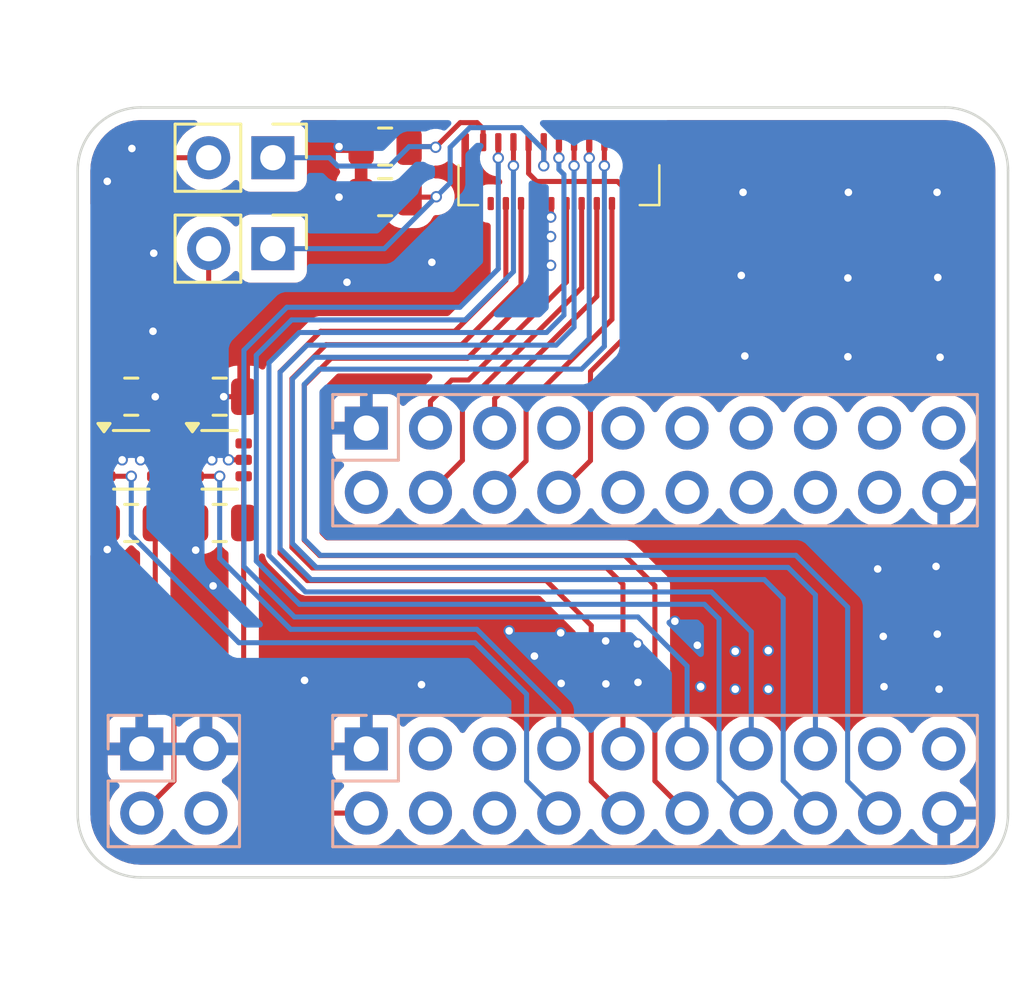
<source format=kicad_pcb>
(kicad_pcb (version 20241229) (generator "pcbnew") (generator_version "9.0")
  (layers (0 "F.Cu" signal) (4 "In1.Cu" signal) (6 "In2.Cu" signal) (2 "B.Cu" signal) (13 "F.Paste" user) (15 "B.Paste" user) (5 "F.SilkS" user "F.Silkscreen") (7 "B.SilkS" user "B.Silkscreen") (1 "F.Mask" user) (3 "B.Mask" user) (25 "Edge.Cuts" user))
  (net 0 "")
  (net 1 "/VB")
  (net 2 "/GSP")
  (net 3 "/VA")
  (net 4 "/GEN")
  (net 5 "/BCK")
  (net 6 "/BSP")
  (net 7 "/B1")
  (net 8 "/G0")
  (net 9 "/B0")
  (net 10 "/R1")
  (net 11 "GND")
  (net 12 "/G1")
  (net 13 "/GCK")
  (net 14 "/INTB")
  (net 15 "/R0")
  (net 16 "VBUS")
  (net 17 "VDDEXT")
  (net 21 "VDDIO")
  (net 38 "/VDD2")
  (net 39 "/VDD1")
  (net 40 "Net-(J2-Pin_2)")
  (net 41 "Net-(J6-Pin_2)")
  (net 42 "/VBUS_EN")
  (net 43 "/VDDIO_EN")
  (footprint "Capacitor_SMD:C_0805_2012Metric" (layer "F.Cu") (at 137.9 84.1 180)
    (property "Reference" "C1" (hide yes))
    (property "Value" "1uF")
    (fp_line (start -0.261252 0.735) (end 0.261252 0.735) (stroke (width 0.12)) (layer "F.SilkS"))
    (fp_line (start -0.261252 -0.735) (end 0.261252 -0.735) (stroke (width 0.12)) (layer "F.SilkS"))
    (pad "1" smd roundrect (at -0.95 0 180) (size 1 1.45) (layers "F.Cu" "F.Mask" "F.Paste") (net 38 "/VDD2"))
    (pad "2" smd roundrect (at 0.95 0 180) (size 1 1.45) (layers "F.Cu" "F.Mask" "F.Paste") (net 11 "GND"))
  )
  (footprint "Capacitor_SMD:C_0805_2012Metric" (layer "F.Cu") (at 131.35 99 180)
    (property "Reference" "C5" (hide yes))
    (property "Value" "1uF")
    (fp_line (start -0.261252 0.735) (end 0.261252 0.735) (stroke (width 0.12)) (layer "F.SilkS"))
    (fp_line (start -0.261252 -0.735) (end 0.261252 -0.735) (stroke (width 0.12)) (layer "F.SilkS"))
    (pad "1" smd roundrect (at -0.95 0 180) (size 1 1.45) (layers "F.Cu" "F.Mask" "F.Paste") (net 21 "VDDIO"))
    (pad "2" smd roundrect (at 0.95 0 180) (size 1 1.45) (layers "F.Cu" "F.Mask" "F.Paste") (net 11 "GND"))
  )
  (footprint "Capacitor_SMD:C_0805_2012Metric" (layer "F.Cu") (at 127.85 99 180)
    (property "Reference" "C3" (hide yes))
    (property "Value" "1uF")
    (fp_line (start -0.261252 0.735) (end 0.261252 0.735) (stroke (width 0.12)) (layer "F.SilkS"))
    (fp_line (start -0.261252 -0.735) (end 0.261252 -0.735) (stroke (width 0.12)) (layer "F.SilkS"))
    (pad "1" smd roundrect (at -0.95 0 180) (size 1 1.45) (layers "F.Cu" "F.Mask" "F.Paste") (net 16 "VBUS"))
    (pad "2" smd roundrect (at 0.95 0 180) (size 1 1.45) (layers "F.Cu" "F.Mask" "F.Paste") (net 11 "GND"))
  )
  (footprint "Capacitor_SMD:C_0805_2012Metric" (layer "F.Cu") (at 127.85 94)
    (property "Reference" "C4" (hide yes))
    (property "Value" "100nF")
    (fp_line (start -0.261252 -0.735) (end 0.261252 -0.735) (stroke (width 0.12)) (layer "F.SilkS"))
    (fp_line (start -0.261252 0.735) (end 0.261252 0.735) (stroke (width 0.12)) (layer "F.SilkS"))
    (pad "1" smd roundrect (at -0.95 0) (size 1 1.45) (layers "F.Cu" "F.Mask" "F.Paste") (net 40 "Net-(J2-Pin_2)"))
    (pad "2" smd roundrect (at 0.95 0) (size 1 1.45) (layers "F.Cu" "F.Mask" "F.Paste") (net 11 "GND"))
  )
  (footprint "Connector_PinHeader_2.54mm:PinHeader_1x02_P2.54mm_Vertical" (layer "F.Cu") (at 133.455 88.14 -90)
    (property "Reference" "J6" (hide yes))
    (property "Value" "Conn_01x02_Pin")
    (fp_line (start -1.33 3.87) (end 1.33 3.87) (stroke (width 0.12)) (layer "F.SilkS"))
    (fp_line (start -1.33 1.27) (end -1.33 3.87) (stroke (width 0.12)) (layer "F.SilkS"))
    (fp_line (start -1.33 1.27) (end 1.33 1.27) (stroke (width 0.12)) (layer "F.SilkS"))
    (fp_line (start 1.33 1.27) (end 1.33 3.87) (stroke (width 0.12)) (layer "F.SilkS"))
    (fp_line (start -1.33 0) (end -1.33 -1.33) (stroke (width 0.12)) (layer "F.SilkS"))
    (fp_line (start -1.33 -1.33) (end 0 -1.33) (stroke (width 0.12)) (layer "F.SilkS"))
    (pad "1" thru_hole rect (at 0 0 270) (size 1.7 1.7) (drill 1) (layers "*.Cu" "*.Mask") (net 39 "/VDD1"))
    (pad "2" thru_hole oval (at 0 2.54 270) (size 1.7 1.7) (drill 1) (layers "*.Cu" "*.Mask") (net 41 "Net-(J6-Pin_2)"))
  )
  (footprint "Connector_PinHeader_2.54mm:PinHeader_1x02_P2.54mm_Vertical" (layer "F.Cu") (at 133.455 84.54 -90)
    (property "Reference" "J2" (hide yes))
    (property "Value" "Conn_01x02_Pin")
    (fp_line (start -1.33 3.87) (end 1.33 3.87) (stroke (width 0.12)) (layer "F.SilkS"))
    (fp_line (start -1.33 1.27) (end -1.33 3.87) (stroke (width 0.12)) (layer "F.SilkS"))
    (fp_line (start -1.33 1.27) (end 1.33 1.27) (stroke (width 0.12)) (layer "F.SilkS"))
    (fp_line (start 1.33 1.27) (end 1.33 3.87) (stroke (width 0.12)) (layer "F.SilkS"))
    (fp_line (start -1.33 0) (end -1.33 -1.33) (stroke (width 0.12)) (layer "F.SilkS"))
    (fp_line (start -1.33 -1.33) (end 0 -1.33) (stroke (width 0.12)) (layer "F.SilkS"))
    (pad "1" thru_hole rect (at 0 0 270) (size 1.7 1.7) (drill 1) (layers "*.Cu" "*.Mask") (net 38 "/VDD2"))
    (pad "2" thru_hole oval (at 0 2.54 270) (size 1.7 1.7) (drill 1) (layers "*.Cu" "*.Mask") (net 40 "Net-(J2-Pin_2)"))
  )
  (footprint "SharpBreakout-Connector_FFC-FPC:5035662102" (layer "F.Cu") (at 144.78 85.09 180)
    (property "Reference" "J1" (hide yes))
    (property "Value" "Conn_01x21_MountingPin" (hide yes))
    (fp_line (start 3.975 -1.325) (end 3.975 0.25) (stroke (width 0.1)) (layer "F.SilkS"))
    (fp_line (start 3.2 -1.325) (end 3.975 -1.325) (stroke (width 0.1)) (layer "F.SilkS"))
    (fp_line (start -3.2 -1.325) (end -3.975 -1.325) (stroke (width 0.1)) (layer "F.SilkS"))
    (fp_line (start -3.975 -1.325) (end -3.975 0.25) (stroke (width 0.1)) (layer "F.SilkS"))
    (pad "1" smd roundrect (at -3 1.165 180) (size 0.25 0.72) (layers "F.Cu" "F.Mask" "F.Paste"))
    (pad "2" smd roundrect (at -2.7 -1.265 180) (size 0.25 0.52) (layers "F.Cu" "F.Mask" "F.Paste") (net 1 "/VB"))
    (pad "3" smd roundrect (at -2.4 1.165 180) (size 0.25 0.72) (layers "F.Cu" "F.Mask" "F.Paste"))
    (pad "4" smd roundrect (at -2.1 -1.265 180) (size 0.25 0.52) (layers "F.Cu" "F.Mask" "F.Paste") (net 7 "/B1"))
    (pad "5" smd roundrect (at -1.8 1.165 180) (size 0.25 0.72) (layers "F.Cu" "F.Mask" "F.Paste") (net 9 "/B0"))
    (pad "6" smd roundrect (at -1.5 -1.265 180) (size 0.25 0.52) (layers "F.Cu" "F.Mask" "F.Paste") (net 12 "/G1"))
    (pad "7" smd roundrect (at -1.2 1.165 180) (size 0.25 0.72) (layers "F.Cu" "F.Mask" "F.Paste") (net 8 "/G0"))
    (pad "8" smd roundrect (at -0.9 -1.265 180) (size 0.25 0.52) (layers "F.Cu" "F.Mask" "F.Paste") (net 10 "/R1"))
    (pad "9" smd roundrect (at -0.6 1.165 180) (size 0.25 0.72) (layers "F.Cu" "F.Mask" "F.Paste") (net 15 "/R0"))
    (pad "10" smd roundrect (at -0.3 -1.265 180) (size 0.25 0.52) (layers "F.Cu" "F.Mask" "F.Paste") (net 5 "/BCK"))
    (pad "11" smd roundrect (at 0 1.165 180) (size 0.25 0.72) (layers "F.Cu" "F.Mask" "F.Paste") (net 6 "/BSP"))
    (pad "12" smd roundrect (at 0.3 -1.265 180) (size 0.25 0.52) (layers "F.Cu" "F.Mask" "F.Paste") (net 11 "GND"))
    (pad "13" smd roundrect (at 0.6 1.165 180) (size 0.25 0.72) (layers "F.Cu" "F.Mask" "F.Paste") (net 39 "/VDD1"))
    (pad "14" smd roundrect (at 0.9 -1.265 180) (size 0.25 0.52) (layers "F.Cu" "F.Mask" "F.Paste") (net 3 "/VA"))
    (pad "15" smd roundrect (at 1.2 1.165 180) (size 0.25 0.72) (layers "F.Cu" "F.Mask" "F.Paste") (net 1 "/VB"))
    (pad "16" smd roundrect (at 1.5 -1.265 180) (size 0.25 0.52) (layers "F.Cu" "F.Mask" "F.Paste") (net 14 "/INTB"))
    (pad "17" smd roundrect (at 1.8 1.165 180) (size 0.25 0.72) (layers "F.Cu" "F.Mask" "F.Paste") (net 4 "/GEN"))
    (pad "18" smd roundrect (at 2.1 -1.265 180) (size 0.25 0.52) (layers "F.Cu" "F.Mask" "F.Paste") (net 13 "/GCK"))
    (pad "19" smd roundrect (at 2.4 1.165 180) (size 0.25 0.72) (layers "F.Cu" "F.Mask" "F.Paste") (net 2 "/GSP"))
    (pad "20" smd roundrect (at 2.7 -1.265 180) (size 0.25 0.52) (layers "F.Cu" "F.Mask" "F.Paste"))
    (pad "21" smd roundrect (at 3 1.165 180) (size 0.25 0.72) (layers "F.Cu" "F.Mask" "F.Paste") (net 38 "/VDD2"))
    (pad "MP" smd roundrect (at -3.71 1.1 180) (size 0.3 0.85) (layers "F.Cu" "F.Mask" "F.Paste") (net 11 "GND"))
    (pad "MP" smd roundrect (at 3.71 1.1 180) (size 0.3 0.85) (layers "F.Cu" "F.Mask" "F.Paste") (net 11 "GND"))
  )
  (footprint "Capacitor_SMD:C_0805_2012Metric" (layer "F.Cu") (at 131.35 94)
    (property "Reference" "C6" (hide yes))
    (property "Value" "100nF")
    (fp_line (start -0.261252 -0.735) (end 0.261252 -0.735) (stroke (width 0.12)) (layer "F.SilkS"))
    (fp_line (start -0.261252 0.735) (end 0.261252 0.735) (stroke (width 0.12)) (layer "F.SilkS"))
    (pad "1" smd roundrect (at -0.95 0) (size 1 1.45) (layers "F.Cu" "F.Mask" "F.Paste") (net 41 "Net-(J6-Pin_2)"))
    (pad "2" smd roundrect (at 0.95 0) (size 1 1.45) (layers "F.Cu" "F.Mask" "F.Paste") (net 11 "GND"))
  )
  (footprint "Package_TO_SOT_SMD:SOT-363_SC-70-6" (layer "F.Cu") (at 131.35 96.5)
    (property "Reference" "U2" (hide yes))
    (property "Value" "SiP32431DR3")
    (fp_line (start -0.71 -1.16) (end 0.7 -1.16) (stroke (width 0.12)) (layer "F.SilkS"))
    (fp_line (start -0.7 1.16) (end 0.7 1.16) (stroke (width 0.12)) (layer "F.SilkS"))
    (fp_poly (pts (xy -1.08 -1.11) (xy -1.32 -1.44) (xy -0.84 -1.44) (xy -1.08 -1.11)) (stroke (width 0.12)) (fill yes) (layer "F.SilkS"))
    (pad "1" smd roundrect (at -0.95 -0.65) (size 0.65 0.4) (layers "F.Cu" "F.Mask" "F.Paste") (net 41 "Net-(J6-Pin_2)"))
    (pad "2" smd roundrect (at -0.95 0) (size 0.65 0.4) (layers "F.Cu" "F.Mask" "F.Paste") (net 11 "GND"))
    (pad "3" smd roundrect (at -0.95 0.65) (size 0.65 0.4) (layers "F.Cu" "F.Mask" "F.Paste") (net 43 "/VDDIO_EN"))
    (pad "4" smd roundrect (at 0.95 0.65) (size 0.65 0.4) (layers "F.Cu" "F.Mask" "F.Paste") (net 21 "VDDIO"))
    (pad "5" smd roundrect (at 0.95 0) (size 0.65 0.4) (layers "F.Cu" "F.Mask" "F.Paste") (net 11 "GND"))
    (pad "6" smd roundrect (at 0.95 -0.65) (size 0.65 0.4) (layers "F.Cu" "F.Mask" "F.Paste"))
  )
  (footprint "Package_TO_SOT_SMD:SOT-363_SC-70-6" (layer "F.Cu") (at 127.85 96.5)
    (property "Reference" "U1" (hide yes))
    (property "Value" "SiP32431DR3")
    (fp_line (start -0.71 -1.16) (end 0.7 -1.16) (stroke (width 0.12)) (layer "F.SilkS"))
    (fp_line (start -0.7 1.16) (end 0.7 1.16) (stroke (width 0.12)) (layer "F.SilkS"))
    (fp_poly (pts (xy -1.08 -1.11) (xy -1.32 -1.44) (xy -0.84 -1.44) (xy -1.08 -1.11)) (stroke (width 0.12)) (fill yes) (layer "F.SilkS"))
    (pad "1" smd roundrect (at -0.95 -0.65) (size 0.65 0.4) (layers "F.Cu" "F.Mask" "F.Paste") (net 40 "Net-(J2-Pin_2)"))
    (pad "2" smd roundrect (at -0.95 0) (size 0.65 0.4) (layers "F.Cu" "F.Mask" "F.Paste") (net 11 "GND"))
    (pad "3" smd roundrect (at -0.95 0.65) (size 0.65 0.4) (layers "F.Cu" "F.Mask" "F.Paste") (net 42 "/VBUS_EN"))
    (pad "4" smd roundrect (at 0.95 0.65) (size 0.65 0.4) (layers "F.Cu" "F.Mask" "F.Paste") (net 16 "VBUS"))
    (pad "5" smd roundrect (at 0.95 0) (size 0.65 0.4) (layers "F.Cu" "F.Mask" "F.Paste") (net 11 "GND"))
    (pad "6" smd roundrect (at 0.95 -0.65) (size 0.65 0.4) (layers "F.Cu" "F.Mask" "F.Paste"))
  )
  (footprint "Capacitor_SMD:C_0805_2012Metric" (layer "F.Cu") (at 137.9 86.1 180)
    (property "Reference" "C2" (hide yes))
    (property "Value" "1uF")
    (fp_line (start -0.261252 0.735) (end 0.261252 0.735) (stroke (width 0.12)) (layer "F.SilkS"))
    (fp_line (start -0.261252 -0.735) (end 0.261252 -0.735) (stroke (width 0.12)) (layer "F.SilkS"))
    (pad "1" smd roundrect (at -0.95 0 180) (size 1 1.45) (layers "F.Cu" "F.Mask" "F.Paste") (net 39 "/VDD1"))
    (pad "2" smd roundrect (at 0.95 0 180) (size 1 1.45) (layers "F.Cu" "F.Mask" "F.Paste") (net 11 "GND"))
  )
  (footprint "Connector_PinHeader_2.54mm:PinHeader_2x10_P2.54mm_Vertical" (layer "B.Cu") (at 137.155 95.245 -90)
    (property "Reference" "J3" (hide yes))
    (property "Value" "Conn_02x10_Odd_Even")
    (fp_line (start -1.33 1.33) (end 0 1.33) (stroke (width 0.12)) (layer "B.SilkS"))
    (fp_line (start 1.27 1.33) (end 3.87 1.33) (stroke (width 0.12)) (layer "B.SilkS"))
    (fp_line (start 3.87 1.33) (end 3.87 -24.19) (stroke (width 0.12)) (layer "B.SilkS"))
    (fp_line (start -1.33 0) (end -1.33 1.33) (stroke (width 0.12)) (layer "B.SilkS"))
    (fp_line (start -1.33 -1.27) (end 1.27 -1.27) (stroke (width 0.12)) (layer "B.SilkS"))
    (fp_line (start -1.33 -1.27) (end -1.33 -24.19) (stroke (width 0.12)) (layer "B.SilkS"))
    (fp_line (start 1.27 -1.27) (end 1.27 1.33) (stroke (width 0.12)) (layer "B.SilkS"))
    (fp_line (start -1.33 -24.19) (end 3.87 -24.19) (stroke (width 0.12)) (layer "B.SilkS"))
    (pad "1" thru_hole rect (at 0 0 270) (size 1.7 1.7) (drill 1) (layers "*.Cu" "*.Mask") (net 11 "GND"))
    (pad "2" thru_hole oval (at 2.54 0 270) (size 1.7 1.7) (drill 1) (layers "*.Cu" "*.Mask"))
    (pad "3" thru_hole oval (at 0 -2.54 270) (size 1.7 1.7) (drill 1) (layers "*.Cu" "*.Mask") (net 5 "/BCK"))
    (pad "4" thru_hole oval (at 2.54 -2.54 270) (size 1.7 1.7) (drill 1) (layers "*.Cu" "*.Mask") (net 10 "/R1"))
    (pad "5" thru_hole oval (at 0 -5.08 270) (size 1.7 1.7) (drill 1) (layers "*.Cu" "*.Mask") (net 12 "/G1"))
    (pad "6" thru_hole oval (at 2.54 -5.08 270) (size 1.7 1.7) (drill 1) (layers "*.Cu" "*.Mask") (net 7 "/B1"))
    (pad "7" thru_hole oval (at 0 -7.62 270) (size 1.7 1.7) (drill 1) (layers "*.Cu" "*.Mask"))
    (pad "8" thru_hole oval (at 2.54 -7.62 270) (size 1.7 1.7) (drill 1) (layers "*.Cu" "*.Mask") (net 1 "/VB"))
    (pad "9" thru_hole oval (at 0 -10.16 270) (size 1.7 1.7) (drill 1) (layers "*.Cu" "*.Mask"))
    (pad "10" thru_hole oval (at 2.54 -10.16 270) (size 1.7 1.7) (drill 1) (layers "*.Cu" "*.Mask"))
    (pad "11" thru_hole oval (at 0 -12.7 270) (size 1.7 1.7) (drill 1) (layers "*.Cu" "*.Mask"))
    (pad "12" thru_hole oval (at 2.54 -12.7 270) (size 1.7 1.7) (drill 1) (layers "*.Cu" "*.Mask"))
    (pad "13" thru_hole oval (at 0 -15.24 270) (size 1.7 1.7) (drill 1) (layers "*.Cu" "*.Mask"))
    (pad "14" thru_hole oval (at 2.54 -15.24 270) (size 1.7 1.7) (drill 1) (layers "*.Cu" "*.Mask"))
    (pad "15" thru_hole oval (at 0 -17.78 270) (size 1.7 1.7) (drill 1) (layers "*.Cu" "*.Mask"))
    (pad "16" thru_hole oval (at 2.54 -17.78 270) (size 1.7 1.7) (drill 1) (layers "*.Cu" "*.Mask"))
    (pad "17" thru_hole oval (at 0 -20.32 270) (size 1.7 1.7) (drill 1) (layers "*.Cu" "*.Mask"))
    (pad "18" thru_hole oval (at 2.54 -20.32 270) (size 1.7 1.7) (drill 1) (layers "*.Cu" "*.Mask"))
    (pad "19" thru_hole oval (at 0 -22.86 270) (size 1.7 1.7) (drill 1) (layers "*.Cu" "*.Mask"))
    (pad "20" thru_hole oval (at 2.54 -22.86 270) (size 1.7 1.7) (drill 1) (layers "*.Cu" "*.Mask") (net 11 "GND"))
  )
  (footprint "Connector_PinHeader_2.54mm:PinHeader_2x10_P2.54mm_Vertical" (layer "B.Cu") (at 137.155 107.945 -90)
    (property "Reference" "J5" (hide yes))
    (property "Value" "Conn_02x10_Odd_Even")
    (fp_line (start -1.33 1.33) (end 0 1.33) (stroke (width 0.12)) (layer "B.SilkS"))
    (fp_line (start 1.27 1.33) (end 3.87 1.33) (stroke (width 0.12)) (layer "B.SilkS"))
    (fp_line (start 3.87 1.33) (end 3.87 -24.19) (stroke (width 0.12)) (layer "B.SilkS"))
    (fp_line (start -1.33 0) (end -1.33 1.33) (stroke (width 0.12)) (layer "B.SilkS"))
    (fp_line (start -1.33 -1.27) (end 1.27 -1.27) (stroke (width 0.12)) (layer "B.SilkS"))
    (fp_line (start -1.33 -1.27) (end -1.33 -24.19) (stroke (width 0.12)) (layer "B.SilkS"))
    (fp_line (start 1.27 -1.27) (end 1.27 1.33) (stroke (width 0.12)) (layer "B.SilkS"))
    (fp_line (start -1.33 -24.19) (end 3.87 -24.19) (stroke (width 0.12)) (layer "B.SilkS"))
    (pad "1" thru_hole rect (at 0 0 270) (size 1.7 1.7) (drill 1) (layers "*.Cu" "*.Mask") (net 11 "GND"))
    (pad "2" thru_hole oval (at 2.54 0 270) (size 1.7 1.7) (drill 1) (layers "*.Cu" "*.Mask") (net 21 "VDDIO"))
    (pad "3" thru_hole oval (at 0 -2.54 270) (size 1.7 1.7) (drill 1) (layers "*.Cu" "*.Mask"))
    (pad "4" thru_hole oval (at 2.54 -2.54 270) (size 1.7 1.7) (drill 1) (layers "*.Cu" "*.Mask"))
    (pad "5" thru_hole oval (at 0 -5.08 270) (size 1.7 1.7) (drill 1) (layers "*.Cu" "*.Mask"))
    (pad "6" thru_hole oval (at 2.54 -5.08 270) (size 1.7 1.7) (drill 1) (layers "*.Cu" "*.Mask"))
    (pad "7" thru_hole oval (at 0 -7.62 270) (size 1.7 1.7) (drill 1) (layers "*.Cu" "*.Mask") (net 43 "/VDDIO_EN"))
    (pad "8" thru_hole oval (at 2.54 -7.62 270) (size 1.7 1.7) (drill 1) (layers "*.Cu" "*.Mask") (net 42 "/VBUS_EN"))
    (pad "9" thru_hole oval (at 0 -10.16 270) (size 1.7 1.7) (drill 1) (layers "*.Cu" "*.Mask") (net 14 "/INTB"))
    (pad "10" thru_hole oval (at 2.54 -10.16 270) (size 1.7 1.7) (drill 1) (layers "*.Cu" "*.Mask") (net 13 "/GCK"))
    (pad "11" thru_hole oval (at 0 -12.7 270) (size 1.7 1.7) (drill 1) (layers "*.Cu" "*.Mask") (net 2 "/GSP"))
    (pad "12" thru_hole oval (at 2.54 -12.7 270) (size 1.7 1.7) (drill 1) (layers "*.Cu" "*.Mask") (net 3 "/VA"))
    (pad "13" thru_hole oval (at 0 -15.24 270) (size 1.7 1.7) (drill 1) (layers "*.Cu" "*.Mask") (net 6 "/BSP"))
    (pad "14" thru_hole oval (at 2.54 -15.24 270) (size 1.7 1.7) (drill 1) (layers "*.Cu" "*.Mask") (net 4 "/GEN"))
    (pad "15" thru_hole oval (at 0 -17.78 270) (size 1.7 1.7) (drill 1) (layers "*.Cu" "*.Mask") (net 8 "/G0"))
    (pad "16" thru_hole oval (at 2.54 -17.78 270) (size 1.7 1.7) (drill 1) (layers "*.Cu" "*.Mask") (net 15 "/R0"))
    (pad "17" thru_hole oval (at 0 -20.32 270) (size 1.7 1.7) (drill 1) (layers "*.Cu" "*.Mask"))
    (pad "18" thru_hole oval (at 2.54 -20.32 270) (size 1.7 1.7) (drill 1) (layers "*.Cu" "*.Mask") (net 9 "/B0"))
    (pad "19" thru_hole oval (at 0 -22.86 270) (size 1.7 1.7) (drill 1) (layers "*.Cu" "*.Mask"))
    (pad "20" thru_hole oval (at 2.54 -22.86 270) (size 1.7 1.7) (drill 1) (layers "*.Cu" "*.Mask") (net 11 "GND"))
  )
  (footprint "Connector_PinHeader_2.54mm:PinHeader_2x02_P2.54mm_Vertical" (layer "B.Cu") (at 128.265 107.945 -90)
    (property "Reference" "J4" (hide yes))
    (property "Value" "Conn_02x02_Odd_Even")
    (fp_line (start -1.33 1.33) (end 0 1.33) (stroke (width 0.12)) (layer "B.SilkS"))
    (fp_line (start 1.27 1.33) (end 3.87 1.33) (stroke (width 0.12)) (layer "B.SilkS"))
    (fp_line (start 3.87 1.33) (end 3.87 -3.87) (stroke (width 0.12)) (layer "B.SilkS"))
    (fp_line (start -1.33 0) (end -1.33 1.33) (stroke (width 0.12)) (layer "B.SilkS"))
    (fp_line (start -1.33 -1.27) (end 1.27 -1.27) (stroke (width 0.12)) (layer "B.SilkS"))
    (fp_line (start -1.33 -1.27) (end -1.33 -3.87) (stroke (width 0.12)) (layer "B.SilkS"))
    (fp_line (start 1.27 -1.27) (end 1.27 1.33) (stroke (width 0.12)) (layer "B.SilkS"))
    (fp_line (start -1.33 -3.87) (end 3.87 -3.87) (stroke (width 0.12)) (layer "B.SilkS"))
    (pad "1" thru_hole rect (at 0 0 270) (size 1.7 1.7) (drill 1) (layers "*.Cu" "*.Mask") (net 11 "GND"))
    (pad "2" thru_hole oval (at 2.54 0 270) (size 1.7 1.7) (drill 1) (layers "*.Cu" "*.Mask") (net 16 "VBUS"))
    (pad "3" thru_hole oval (at 0 -2.54 270) (size 1.7 1.7) (drill 1) (layers "*.Cu" "*.Mask") (net 11 "GND"))
    (pad "4" thru_hole oval (at 2.54 -2.54 270) (size 1.7 1.7) (drill 1) (layers "*.Cu" "*.Mask") (net 17 "VDDEXT"))
  )
  (gr_line (start 128.23 113.03) (end 160.06 113.03) (stroke (width 0.1)) (layer "Edge.Cuts"))
  (gr_line (start 125.73 85.05) (end 125.73 110.53) (stroke (width 0.1)) (layer "Edge.Cuts"))
  (gr_line (start 160.06 82.55) (end 128.23 82.55) (stroke (width 0.1)) (layer "Edge.Cuts"))
  (gr_arc (start 125.73 85.05) (mid 126.462233 83.282233) (end 128.23 82.55) (stroke (width 0.1)) (layer "Edge.Cuts"))
  (gr_arc (start 160.06 82.55) (mid 161.827767 83.282233) (end 162.56 85.05) (stroke (width 0.1)) (layer "Edge.Cuts"))
  (gr_arc (start 128.23 113.03) (mid 126.462233 112.297767) (end 125.73 110.53) (stroke (width 0.1)) (layer "Edge.Cuts"))
  (gr_line (start 162.56 110.53) (end 162.56 85.05) (stroke (width 0.1)) (layer "Edge.Cuts"))
  (gr_arc (start 162.56 110.53) (mid 161.827767 112.297767) (end 160.06 113.03) (stroke (width 0.1)) (layer "Edge.Cuts"))
  (segment (start 143.9 85.48) (end 147.1 85.48) (width 0.2) (layer "F.Cu") (net 1))
  (segment (start 143.58 85.16) (end 143.9 85.48) (width 0.2) (layer "F.Cu") (net 1))
  (segment (start 147.48 91.56) (end 146.03 93.01) (width 0.2) (layer "F.Cu") (net 1))
  (segment (start 147.48 85.86) (end 147.48 86.355) (width 0.2) (layer "F.Cu") (net 1))
  (segment (start 147.48 86.355) (end 147.48 91.56) (width 0.2) (layer "F.Cu") (net 1))
  (segment (start 143.58 83.925) (end 143.58 85.16) (width 0.2) (layer "F.Cu") (net 1))
  (segment (start 146.03 93.01) (end 146.03 96.53) (width 0.2) (layer "F.Cu") (net 1))
  (segment (start 147.1 85.48) (end 147.48 85.86) (width 0.2) (layer "F.Cu") (net 1))
  (segment (start 146.03 96.53) (end 144.775 97.785) (width 0.2) (layer "F.Cu") (net 1))
  (segment (start 142.38 83.925) (end 142.38 84.55) (width 0.2) (layer "F.Cu") (net 2))
  (via (at 142.38 84.55) (size 0.45) (drill 0.3) (layers "F.Cu" "B.Cu") (net 2))
  (segment (start 132.31 100.72) (end 134.31 102.72) (width 0.2) (layer "B.Cu") (net 2))
  (segment (start 134.31 102.72) (end 147.91 102.72) (width 0.2) (layer "B.Cu") (net 2))
  (segment (start 132.31 92.16) (end 132.31 100.72) (width 0.2) (layer "B.Cu") (net 2))
  (segment (start 140.86 90.46) (end 134.01 90.46) (width 0.2) (layer "B.Cu") (net 2))
  (segment (start 142.38 84.55) (end 142.38 88.94) (width 0.2) (layer "B.Cu") (net 2))
  (segment (start 134.01 90.46) (end 132.31 92.16) (width 0.2) (layer "B.Cu") (net 2))
  (segment (start 149.855 104.665) (end 149.855 107.945) (width 0.2) (layer "B.Cu") (net 2))
  (segment (start 147.91 102.72) (end 149.855 104.665) (width 0.2) (layer "B.Cu") (net 2))
  (segment (start 142.38 88.94) (end 140.86 90.46) (width 0.2) (layer "B.Cu") (net 2))
  (segment (start 149.855 110.485) (end 148.58 109.21) (width 0.2) (layer "F.Cu") (net 3))
  (segment (start 148.58 109.21) (end 148.58 101.48) (width 0.2) (layer "F.Cu") (net 3))
  (segment (start 143.88 89.76) (end 143.88 86.355) (width 0.2) (layer "F.Cu") (net 3))
  (segment (start 141.16 92.48) (end 143.88 89.76) (width 0.2) (layer "F.Cu") (net 3))
  (segment (start 134.7 93.54) (end 135.76 92.48) (width 0.2) (layer "F.Cu") (net 3))
  (segment (start 148.58 101.48) (end 147.39 100.29) (width 0.2) (layer "F.Cu") (net 3))
  (segment (start 135.76 92.48) (end 141.16 92.48) (width 0.2) (layer "F.Cu") (net 3))
  (segment (start 147.39 100.29) (end 135.31 100.29) (width 0.2) (layer "F.Cu") (net 3))
  (segment (start 134.7 99.68) (end 134.7 93.54) (width 0.2) (layer "F.Cu") (net 3))
  (segment (start 135.31 100.29) (end 134.7 99.68) (width 0.2) (layer "F.Cu") (net 3))
  (segment (start 142.98 83.925) (end 142.98 84.86) (width 0.2) (layer "F.Cu") (net 4))
  (via (at 142.98 84.86) (size 0.45) (drill 0.3) (layers "F.Cu" "B.Cu") (net 4))
  (segment (start 152.395 110.485) (end 151.12 109.21) (width 0.2) (layer "B.Cu") (net 4))
  (segment (start 132.8 92.36) (end 134.2 90.96) (width 0.2) (layer "B.Cu") (net 4))
  (segment (start 151.12 102.8) (end 150.54 102.22) (width 0.2) (layer "B.Cu") (net 4))
  (segment (start 142.98 89.05) (end 142.98 84.86) (width 0.2) (layer "B.Cu") (net 4))
  (segment (start 134.51 102.22) (end 132.8 100.51) (width 0.2) (layer "B.Cu") (net 4))
  (segment (start 151.12 109.21) (end 151.12 102.8) (width 0.2) (layer "B.Cu") (net 4))
  (segment (start 134.2 90.96) (end 141.07 90.96) (width 0.2) (layer "B.Cu") (net 4))
  (segment (start 141.07 90.96) (end 142.98 89.05) (width 0.2) (layer "B.Cu") (net 4))
  (segment (start 150.54 102.22) (end 134.51 102.22) (width 0.2) (layer "B.Cu") (net 4))
  (segment (start 132.8 100.51) (end 132.8 92.36) (width 0.2) (layer "B.Cu") (net 4))
  (segment (start 140.54 93.34) (end 139.695 94.185) (width 0.2) (layer "F.Cu") (net 5))
  (segment (start 145.08 89.46) (end 141.2 93.34) (width 0.2) (layer "F.Cu") (net 5))
  (segment (start 139.695 94.185) (end 139.695 95.245) (width 0.2) (layer "F.Cu") (net 5))
  (segment (start 145.08 86.355) (end 145.08 89.46) (width 0.2) (layer "F.Cu") (net 5))
  (segment (start 141.2 93.34) (end 140.54 93.34) (width 0.2) (layer "F.Cu") (net 5))
  (segment (start 144.78 83.925) (end 144.78 84.55) (width 0.2) (layer "F.Cu") (net 6))
  (via (at 144.78 84.55) (size 0.45) (drill 0.3) (layers "F.Cu" "B.Cu") (net 6))
  (segment (start 144.29 91.46) (end 134.5 91.46) (width 0.2) (layer "B.Cu") (net 6))
  (segment (start 133.3 92.66) (end 133.3 100.28) (width 0.2) (layer "B.Cu") (net 6))
  (segment (start 144.78 84.55) (end 144.78 85.003877) (width 0.2) (layer "B.Cu") (net 6))
  (segment (start 150.82 101.73) (end 152.395 103.305) (width 0.2) (layer "B.Cu") (net 6))
  (segment (start 133.3 100.28) (end 134.75 101.73) (width 0.2) (layer "B.Cu") (net 6))
  (segment (start 134.5 91.46) (end 133.3 92.66) (width 0.2) (layer "B.Cu") (net 6))
  (segment (start 152.395 103.305) (end 152.395 107.945) (width 0.2) (layer "B.Cu") (net 6))
  (segment (start 144.979 85.202877) (end 144.979 90.771) (width 0.2) (layer "B.Cu") (net 6))
  (segment (start 144.78 85.003877) (end 144.979 85.202877) (width 0.2) (layer "B.Cu") (net 6))
  (segment (start 144.979 90.771) (end 144.29 91.46) (width 0.2) (layer "B.Cu") (net 6))
  (segment (start 134.75 101.73) (end 150.82 101.73) (width 0.2) (layer "B.Cu") (net 6))
  (segment (start 146.88 90.94) (end 146.88 86.355) (width 0.2) (layer "F.Cu") (net 7))
  (segment (start 143.48 94.34) (end 146.88 90.94) (width 0.2) (layer "F.Cu") (net 7))
  (segment (start 142.235 97.785) (end 143.48 96.54) (width 0.2) (layer "F.Cu") (net 7))
  (segment (start 143.48 96.54) (end 143.48 94.34) (width 0.2) (layer "F.Cu") (net 7))
  (segment (start 145.98 83.925) (end 145.98 84.55) (width 0.2) (layer "F.Cu") (net 8))
  (via (at 145.98 84.55) (size 0.45) (drill 0.3) (layers "F.Cu" "B.Cu") (net 8))
  (segment (start 134.23 99.81) (end 134.23 93.3) (width 0.2) (layer "B.Cu") (net 8))
  (segment (start 154.935 107.945) (end 154.935 101.845) (width 0.2) (layer "B.Cu") (net 8))
  (segment (start 154.935 101.845) (end 153.85 100.76) (width 0.2) (layer "B.Cu") (net 8))
  (segment (start 134.23 93.3) (end 135.09 92.44) (width 0.2) (layer "B.Cu") (net 8))
  (segment (start 135.09 92.44) (end 145.24 92.44) (width 0.2) (layer "B.Cu") (net 8))
  (segment (start 153.85 100.76) (end 135.18 100.76) (width 0.2) (layer "B.Cu") (net 8))
  (segment (start 135.18 100.76) (end 134.23 99.81) (width 0.2) (layer "B.Cu") (net 8))
  (segment (start 145.98 91.7) (end 145.98 84.55) (width 0.2) (layer "B.Cu") (net 8))
  (segment (start 145.24 92.44) (end 145.98 91.7) (width 0.2) (layer "B.Cu") (net 8))
  (segment (start 146.58 83.925) (end 146.58 84.86) (width 0.2) (layer "F.Cu") (net 9))
  (via (at 146.58 84.86) (size 0.45) (drill 0.3) (layers "F.Cu" "B.Cu") (net 9))
  (segment (start 154.16 100.28) (end 156.21 102.33) (width 0.2) (layer "B.Cu") (net 9))
  (segment (start 135.3 92.91) (end 134.7 93.51) (width 0.2) (layer "B.Cu") (net 9))
  (segment (start 134.7 99.64) (end 135.34 100.28) (width 0.2) (layer "B.Cu") (net 9))
  (segment (start 146.58 84.86) (end 146.58 92.01) (width 0.2) (layer "B.Cu") (net 9))
  (segment (start 156.21 109.22) (end 157.475 110.485) (width 0.2) (layer "B.Cu") (net 9))
  (segment (start 146.58 92.01) (end 145.68 92.91) (width 0.2) (layer "B.Cu") (net 9))
  (segment (start 134.7 93.51) (end 134.7 99.64) (width 0.2) (layer "B.Cu") (net 9))
  (segment (start 156.21 102.33) (end 156.21 109.22) (width 0.2) (layer "B.Cu") (net 9))
  (segment (start 145.68 92.91) (end 135.3 92.91) (width 0.2) (layer "B.Cu") (net 9))
  (segment (start 135.34 100.28) (end 154.16 100.28) (width 0.2) (layer "B.Cu") (net 9))
  (segment (start 140.96 96.52) (end 139.695 97.785) (width 0.2) (layer "F.Cu") (net 10))
  (segment (start 145.68 89.69) (end 140.96 94.41) (width 0.2) (layer "F.Cu") (net 10))
  (segment (start 145.68 86.355) (end 145.68 89.69) (width 0.2) (layer "F.Cu") (net 10))
  (segment (start 140.96 94.41) (end 140.96 96.52) (width 0.2) (layer "F.Cu") (net 10))
  (segment (start 136.075 86.1) (end 136.95 86.1) (width 0.2) (layer "F.Cu") (net 11))
  (segment (start 132.3 94) (end 131.51 94) (width 0.2) (layer "F.Cu") (net 11))
  (segment (start 136.95 84.1) (end 136.075 84.1) (width 0.2) (layer "F.Cu") (net 11))
  (segment (start 128.8 96.5) (end 128.22 96.5) (width 0.2) (layer "F.Cu") (net 11))
  (segment (start 130.4 96.5) (end 131.04 96.5) (width 0.2) (layer "F.Cu") (net 11))
  (segment (start 132.3 96.5) (end 131.7 96.5) (width 0.2) (layer "F.Cu") (net 11))
  (segment (start 144.454 86.89) (end 144.48 86.864) (width 0.2) (layer "F.Cu") (net 11))
  (segment (start 144.48 86.864) (end 144.48 86.355) (width 0.2) (layer "F.Cu") (net 11))
  (segment (start 126.9 100.05) (end 126.89 100.04) (width 0.2) (layer "F.Cu") (net 11))
  (segment (start 126.9 96.5) (end 127.49 96.5) (width 0.2) (layer "F.Cu") (net 11))
  (segment (start 126.89 100.04) (end 126.89 99) (width 0.2) (layer "F.Cu") (net 11))
  (segment (start 130.4 100.075) (end 130.4 99) (width 0.2) (layer "F.Cu") (net 11))
  (segment (start 126.9 100.05) (end 126.9 99) (width 0.2) (layer "F.Cu") (net 11))
  (via (at 130.4 100.075) (size 0.45) (drill 0.3) (layers "F.Cu" "B.Cu") (net 11))
  (via (at 159.75 85.91) (size 0.45) (drill 0.3) (layers "F.Cu" "B.Cu") (net 11))
  (via (at 143.81 104.27) (size 0.45) (drill 0.3) (layers "F.Cu" "B.Cu") (net 11))
  (via (at 136.39 89.47) (size 0.45) (drill 0.3) (layers "F.Cu" "B.Cu") (net 11))
  (via (at 127.875 84.175) (size 0.6) (drill 0.3) (layers "F.Cu" "B.Cu") (net 11))
  (via (at 131.7 96.5) (size 0.45) (drill 0.3) (layers "F.Cu" "B.Cu") (net 11))
  (via (at 127.49 96.5) (size 0.45) (drill 0.3) (layers "F.Cu" "B.Cu") (net 11))
  (via (at 149.37 102.89) (size 0.45) (drill 0.3) (layers "F.Cu" "B.Cu") (net 11))
  (via (at 156.24 85.91) (size 0.45) (drill 0.3) (layers "F.Cu" "B.Cu") (net 11))
  (via (at 151.76 104.08) (size 0.45) (drill 0.3) (layers "F.Cu" "B.Cu") (net 11))
  (via (at 159.83 105.58) (size 0.45) (drill 0.3) (layers "F.Cu" "B.Cu") (net 11))
  (via (at 144.45 88.8) (size 0.45) (drill 0.3) (layers "F.Cu" "B.Cu") (net 11))
  (via (at 142.81 103.27) (size 0.45) (drill 0.3) (layers "F.Cu" "B.Cu") (net 11))
  (via (at 134.71 105.23) (size 0.45) (drill 0.3) (layers "F.Cu" "B.Cu") (net 11))
  (via (at 146.63 103.67) (size 0.45) (drill 0.3) (layers "F.Cu" "B.Cu") (net 11))
  (via (at 144.87 105.35) (size 0.45) (drill 0.3) (layers "F.Cu" "B.Cu") (net 11))
  (via (at 150.39 105.48) (size 0.45) (drill 0.3) (layers "F.Cu" "B.Cu") (net 11))
  (via (at 144.85 103.35) (size 0.45) (drill 0.3) (layers "F.Cu" "B.Cu") (net 11))
  (via (at 146.64 105.37) (size 0.45) (drill 0.3) (layers "F.Cu" "B.Cu") (net 11))
  (via (at 144.454 86.89) (size 0.45) (drill 0.3) (layers "F.Cu" "B.Cu") (net 11))
  (via (at 156.22 92.42) (size 0.45) (drill 0.3) (layers "F.Cu" "B.Cu") (net 11))
  (via (at 147.89 103.79) (size 0.45) (drill 0.3) (layers "F.Cu" "B.Cu") (net 11))
  (via (at 128.74 88.32) (size 0.45) (drill 0.3) (layers "F.Cu" "B.Cu") (net 11))
  (via (at 139.75 88.68) (size 0.45) (drill 0.3) (layers "F.Cu" "B.Cu") (net 11))
  (via (at 156.22 89.3) (size 0.45) (drill 0.3) (layers "F.Cu" "B.Cu") (net 11))
  (via (at 157.62 103.49) (size 0.45) (drill 0.3) (layers "F.Cu" "B.Cu") (net 11))
  (via (at 126.9 100.05) (size 0.45) (drill 0.3) (layers "F.Cu" "B.Cu") (net 11))
  (via (at 157.4 100.82) (size 0.45) (drill 0.3) (layers "F.Cu" "B.Cu") (net 11))
  (via (at 128.22 96.5) (size 0.45) (drill 0.3) (layers "F.Cu" "B.Cu") (net 11))
  (via (at 159.78 89.28) (size 0.45) (drill 0.3) (layers "F.Cu" "B.Cu") (net 11))
  (via (at 126.9 85.475) (size 0.6) (drill 0.3) (layers "F.Cu" "B.Cu") (net 11))
  (via (at 153.07 105.58) (size 0.45) (drill 0.3) (layers "F.Cu" "B.Cu") (net 11))
  (via (at 131.51 94) (size 0.45) (drill 0.3) (layers "F.Cu" "B.Cu") (net 11))
  (via (at 152.14 92.39) (size 0.45) (drill 0.3) (layers "F.Cu" "B.Cu") (net 11))
  (via (at 131.09 101.49) (size 0.45) (drill 0.3) (layers "F.Cu" "B.Cu") (net 11))
  (via (at 151.76 105.58) (size 0.45) (drill 0.3) (layers "F.Cu" "B.Cu") (net 11))
  (via (at 128.8 94) (size 0.45) (drill 0.3) (layers "F.Cu" "B.Cu") (net 11))
  (via (at 144.45 87.66) (size 0.45) (drill 0.3) (layers "F.Cu" "B.Cu") (net 11))
  (via (at 159.71 100.72) (size 0.45) (drill 0.3) (layers "F.Cu" "B.Cu") (net 11))
  (via (at 153.07 104.05) (size 0.45) (drill 0.3) (layers "F.Cu" "B.Cu") (net 11))
  (via (at 152.07 85.91) (size 0.45) (drill 0.3) (layers "F.Cu" "B.Cu") (net 11))
  (via (at 136.075 86.1) (size 0.45) (drill 0.3) (layers "F.Cu" "B.Cu") (net 11))
  (via (at 131.04 96.5) (size 0.45) (drill 0.3) (layers "F.Cu" "B.Cu") (net 11))
  (via (at 152 89.2) (size 0.45) (drill 0.3) (layers "F.Cu" "B.Cu") (net 11))
  (via (at 150.26 103.84) (size 0.45) (drill 0.3) (layers "F.Cu" "B.Cu") (net 11))
  (via (at 159.87 92.44) (size 0.45) (drill 0.3) (layers "F.Cu" "B.Cu") (net 11))
  (via (at 147.91 105.31) (size 0.45) (drill 0.3) (layers "F.Cu" "B.Cu") (net 11))
  (via (at 157.65 105.48) (size 0.45) (drill 0.3) (layers "F.Cu" "B.Cu") (net 11))
  (via (at 139.34 105.4) (size 0.45) (drill 0.3) (layers "F.Cu" "B.Cu") (net 11))
  (via (at 159.76 103.4) (size 0.45) (drill 0.3) (layers "F.Cu" "B.Cu") (net 11))
  (via (at 136.075 84.1) (size 0.45) (drill 0.3) (layers "F.Cu" "B.Cu") (net 11))
  (via (at 128.71 91.41) (size 0.45) (drill 0.3) (layers "F.Cu" "B.Cu") (net 11))
  (segment (start 146.28 90.03) (end 142.235 94.075) (width 0.2) (layer "F.Cu") (net 12))
  (segment (start 142.235 94.075) (end 142.235 95.245) (width 0.2) (layer "F.Cu") (net 12))
  (segment (start 146.28 86.355) (end 146.28 90.03) (width 0.2) (layer "F.Cu") (net 12))
  (segment (start 142.68 89.39) (end 140.66 91.41) (width 0.2) (layer "F.Cu") (net 13))
  (segment (start 146.06 103.06) (end 146.06 109.23) (width 0.2) (layer "F.Cu") (net 13))
  (segment (start 144.28 101.28) (end 146.06 103.06) (width 0.2) (layer "F.Cu") (net 13))
  (segment (start 133.74 100.2) (end 134.82 101.28) (width 0.2) (layer "F.Cu") (net 13))
  (segment (start 146.06 109.23) (end 147.315 110.485) (width 0.2) (layer "F.Cu") (net 13))
  (segment (start 142.68 86.355) (end 142.68 89.39) (width 0.2) (layer "F.Cu") (net 13))
  (segment (start 133.74 93.02) (end 133.74 100.2) (width 0.2) (layer "F.Cu") (net 13))
  (segment (start 135.35 91.41) (end 133.74 93.02) (width 0.2) (layer "F.Cu") (net 13))
  (segment (start 134.82 101.28) (end 144.28 101.28) (width 0.2) (layer "F.Cu") (net 13))
  (segment (start 140.66 91.41) (end 135.35 91.41) (width 0.2) (layer "F.Cu") (net 13))
  (segment (start 147.315 107.945) (end 147.315 101.425) (width 0.2) (layer "F.Cu") (net 14))
  (segment (start 135.02 100.78) (end 134.21 99.97) (width 0.2) (layer "F.Cu") (net 14))
  (segment (start 143.28 89.59) (end 143.28 86.355) (width 0.2) (layer "F.Cu") (net 14))
  (segment (start 146.67 100.78) (end 135.02 100.78) (width 0.2) (layer "F.Cu") (net 14))
  (segment (start 135.56 91.94) (end 140.93 91.94) (width 0.2) (layer "F.Cu") (net 14))
  (segment (start 134.21 93.29) (end 135.56 91.94) (width 0.2) (layer "F.Cu") (net 14))
  (segment (start 134.21 99.97) (end 134.21 93.29) (width 0.2) (layer "F.Cu") (net 14))
  (segment (start 140.93 91.94) (end 143.28 89.59) (width 0.2) (layer "F.Cu") (net 14))
  (segment (start 147.315 101.425) (end 146.67 100.78) (width 0.2) (layer "F.Cu") (net 14))
  (segment (start 145.38 83.925) (end 145.38 84.86) (width 0.2) (layer "F.Cu") (net 15))
  (via (at 145.38 84.86) (size 0.45) (drill 0.3) (layers "F.Cu" "B.Cu") (net 15))
  (segment (start 154.935 110.485) (end 153.66 109.21) (width 0.2) (layer "B.Cu") (net 15))
  (segment (start 133.74 100.01) (end 133.74 93.03) (width 0.2) (layer "B.Cu") (net 15))
  (segment (start 153.66 109.21) (end 153.66 101.99) (width 0.2) (layer "B.Cu") (net 15))
  (segment (start 134.97 101.24) (end 133.74 100.01) (width 0.2) (layer "B.Cu") (net 15))
  (segment (start 152.91 101.24) (end 134.97 101.24) (width 0.2) (layer "B.Cu") (net 15))
  (segment (start 153.66 101.99) (end 152.91 101.24) (width 0.2) (layer "B.Cu") (net 15))
  (segment (start 144.67 91.96) (end 145.38 91.25) (width 0.2) (layer "B.Cu") (net 15))
  (segment (start 134.81 91.96) (end 144.67 91.96) (width 0.2) (layer "B.Cu") (net 15))
  (segment (start 145.38 91.25) (end 145.38 84.86) (width 0.2) (layer "B.Cu") (net 15))
  (segment (start 133.74 93.03) (end 134.81 91.96) (width 0.2) (layer "B.Cu") (net 15))
  (segment (start 129.54 104.94) (end 129.54 109.21) (width 0.2) (layer "F.Cu") (net 16))
  (segment (start 128.8 104.2) (end 129.54 104.94) (width 0.2) (layer "F.Cu") (net 16))
  (segment (start 128.8 99) (end 128.8 97.15) (width 0.2) (layer "F.Cu") (net 16))
  (segment (start 128.8 99) (end 128.8 104.2) (width 0.2) (layer "F.Cu") (net 16))
  (segment (start 129.54 109.21) (end 128.265 110.485) (width 0.2) (layer "F.Cu") (net 16))
  (segment (start 132.3 99) (end 132.3 97.15) (width 0.2) (layer "F.Cu") (net 21))
  (segment (start 134.805 110.485) (end 132.3 107.98) (width 0.2) (layer "F.Cu") (net 21))
  (segment (start 132.3 107.98) (end 132.3 99) (width 0.2) (layer "F.Cu") (net 21))
  (segment (start 137.155 110.485) (end 134.805 110.485) (width 0.2) (layer "F.Cu") (net 21))
  (segment (start 139.9 84.125) (end 139.875 84.1) (width 0.2) (layer "F.Cu") (net 38))
  (segment (start 139.9 84.125) (end 140.874 83.151) (width 0.2) (layer "F.Cu") (net 38))
  (segment (start 140.874 83.151) (end 141.541 83.151) (width 0.2) (layer "F.Cu") (net 38))
  (segment (start 141.78 83.39) (end 141.78 83.925) (width 0.2) (layer "F.Cu") (net 38))
  (segment (start 139.875 84.1) (end 138.85 84.1) (width 0.2) (layer "F.Cu") (net 38))
  (segment (start 141.541 83.151) (end 141.78 83.39) (width 0.2) (layer "F.Cu") (net 38))
  (via (at 139.9 84.125) (size 0.45) (drill 0.3) (layers "F.Cu" "B.Cu") (net 38))
  (segment (start 136.02 84.87) (end 135.69 84.54) (width 0.2) (layer "B.Cu") (net 38))
  (segment (start 139.9 84.125) (end 139.875 84.1) (width 0.2) (layer "B.Cu") (net 38))
  (segment (start 138.08 84.87) (end 136.02 84.87) (width 0.2) (layer "B.Cu") (net 38))
  (segment (start 139.875 84.1) (end 138.85 84.1) (width 0.2) (layer "B.Cu") (net 38))
  (segment (start 135.69 84.54) (end 133.455 84.54) (width 0.2) (layer "B.Cu") (net 38))
  (segment (start 138.85 84.1) (end 138.08 84.87) (width 0.2) (layer "B.Cu") (net 38))
  (segment (start 139.925 86.085) (end 139.91 86.1) (width 0.2) (layer "F.Cu") (net 39))
  (segment (start 144.18 83.925) (end 144.18 84.86) (width 0.2) (layer "F.Cu") (net 39))
  (segment (start 139.91 86.1) (end 138.85 86.1) (width 0.2) (layer "F.Cu") (net 39))
  (via (at 144.18 84.86) (size 0.45) (drill 0.3) (layers "F.Cu" "B.Cu") (net 39))
  (via (at 139.925 86.085) (size 0.45) (drill 0.3) (layers "F.Cu" "B.Cu") (net 39))
  (segment (start 140.475 84.125) (end 141.25 83.35) (width 0.2) (layer "B.Cu") (net 39))
  (segment (start 143.3 83.35) (end 144.18 84.23) (width 0.2) (layer "B.Cu") (net 39))
  (segment (start 139.925 86.085) (end 140.475 85.535) (width 0.2) (layer "B.Cu") (net 39))
  (segment (start 139.925 86.085) (end 137.87 88.14) (width 0.2) (layer "B.Cu") (net 39))
  (segment (start 141.25 83.35) (end 143.3 83.35) (width 0.2) (layer "B.Cu") (net 39))
  (segment (start 140.475 85.535) (end 140.475 84.125) (width 0.2) (layer "B.Cu") (net 39))
  (segment (start 144.18 84.23) (end 144.18 84.86) (width 0.2) (layer "B.Cu") (net 39))
  (segment (start 137.87 88.14) (end 133.455 88.14) (width 0.2) (layer "B.Cu") (net 39))
  (segment (start 129.2 84.54) (end 130.915 84.54) (width 0.2) (layer "F.Cu") (net 40))
  (segment (start 126.9 94) (end 126.9 95.85) (width 0.2) (layer "F.Cu") (net 40))
  (segment (start 126.9 94) (end 126.9 86.84) (width 0.2) (layer "F.Cu") (net 40))
  (segment (start 126.9 86.84) (end 129.2 84.54) (width 0.2) (layer "F.Cu") (net 40))
  (segment (start 130.915 91.455) (end 130.915 88.14) (width 0.2) (layer "F.Cu") (net 41))
  (segment (start 130.4 94) (end 130.4 91.97) (width 0.2) (layer "F.Cu") (net 41))
  (segment (start 130.4 94) (end 130.4 95.85) (width 0.2) (layer "F.Cu") (net 41))
  (segment (start 130.4 91.97) (end 130.915 91.455) (width 0.2) (layer "F.Cu") (net 41))
  (segment (start 126.9 97.15) (end 127.85 97.15) (width 0.2) (layer "F.Cu") (net 42))
  (via (at 127.85 97.15) (size 0.45) (drill 0.3) (layers "F.Cu" "B.Cu") (net 42))
  (segment (start 127.85 97.15) (end 127.85 99.48) (width 0.2) (layer "B.Cu") (net 42))
  (segment (start 132.11 103.74) (end 141.46 103.74) (width 0.2) (layer "B.Cu") (net 42))
  (segment (start 127.85 99.48) (end 132.11 103.74) (width 0.2) (layer "B.Cu") (net 42))
  (segment (start 143.5 109.21) (end 144.775 110.485) (width 0.2) (layer "B.Cu") (net 42))
  (segment (start 141.46 103.74) (end 143.5 105.78) (width 0.2) (layer "B.Cu") (net 42))
  (segment (start 143.5 105.78) (end 143.5 109.21) (width 0.2) (layer "B.Cu") (net 42))
  (segment (start 130.4 97.15) (end 131.35 97.15) (width 0.2) (layer "F.Cu") (net 43))
  (via (at 131.35 97.15) (size 0.45) (drill 0.3) (layers "F.Cu" "B.Cu") (net 43))
  (segment (start 131.35 100.4) (end 134.16 103.21) (width 0.2) (layer "B.Cu") (net 43))
  (segment (start 131.35 97.15) (end 131.35 100.4) (width 0.2) (layer "B.Cu") (net 43))
  (segment (start 134.16 103.21) (end 141.53 103.21) (width 0.2) (layer "B.Cu") (net 43))
  (segment (start 141.53 103.21) (end 144.775 106.455) (width 0.2) (layer "B.Cu") (net 43))
  (segment (start 144.775 106.455) (end 144.775 107.945) (width 0.2) (layer "B.Cu") (net 43))
  (zone (net 11) (net_name "GND") (layers "F.Cu" "B.Cu" "In1.Cu" "In2.Cu") (connect_pads (clearance 0.5)) (min_thickness 0.25) (fill yes (thermal_gap 0.5) (thermal_bridge_width 0.5))
    (polygon (pts (xy 125 82) (xy 163 82) (xy 163 114) (xy 125 114)))
  )
)
</source>
